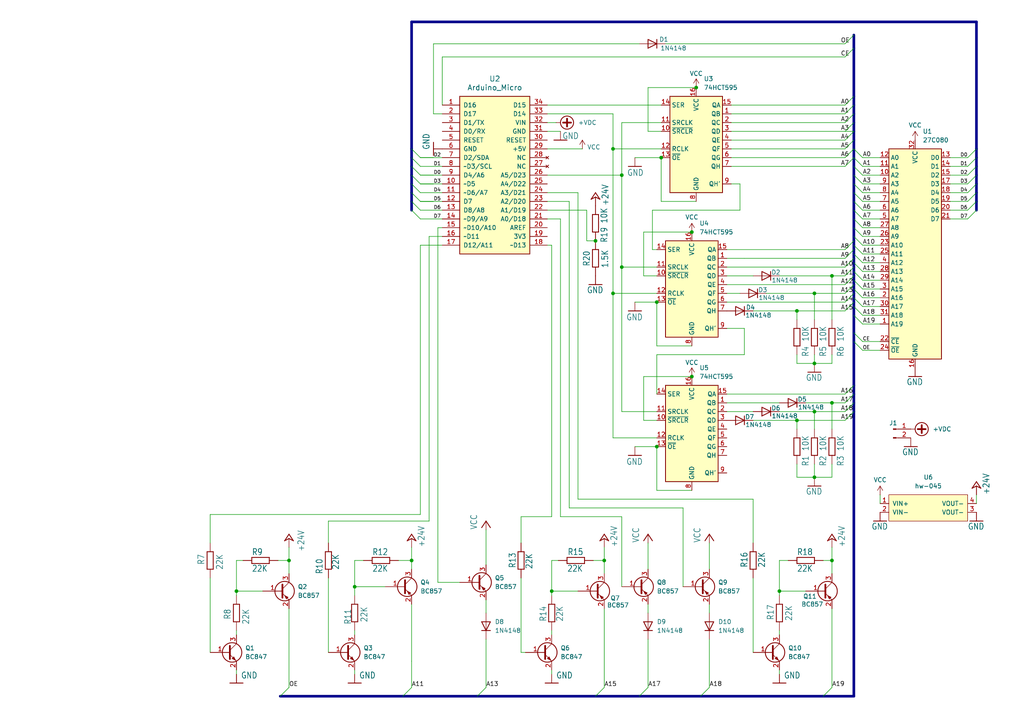
<source format=kicad_sch>
(kicad_sch (version 20231120) (generator "eeschema") (generator_version "8.0")
  (paper "A4")
  (junction (at 83.82 162.56))
  (junction (at 160.02 171.45))
  (junction (at 190.5 87.63))
  (junction (at 177.8 43.18))
  (junction (at 68.58 171.45))
  (junction (at 236.22 85.09))
  (junction (at 241.3 80.01))
  (junction (at 236.22 138.43))
  (junction (at 226.06 171.45))
  (junction (at 119.38 162.56))
  (junction (at 236.22 119.38))
  (junction (at 180.34 50.8))
  (junction (at 201.93 25.4))
  (junction (at 241.3 162.56))
  (junction (at 180.34 77.47))
  (junction (at 172.72 69.85))
  (junction (at 175.26 162.56))
  (junction (at 102.87 170.18))
  (junction (at 191.77 45.72))
  (junction (at 177.8 85.09))
  (junction (at 231.14 90.17))
  (junction (at 236.22 105.41))
  (junction (at 241.3 116.84))
  (junction (at 200.66 67.31))
  (junction (at 231.14 121.92))
  (junction (at 200.66 109.22))
  (junction (at 190.5 129.54))
  (bus_entry (at 245.11 72.39) (size 2.54 -2.54))
  (bus_entry (at 247.65 96.52) (size 2.54 2.54))
  (bus_entry (at 247.65 55.88) (size 2.54 2.54))
  (bus_entry (at 247.65 81.28) (size 2.54 2.54))
  (bus_entry (at 245.11 12.7) (size 2.54 -2.54))
  (bus_entry (at 280.67 60.96) (size 2.54 -2.54))
  (bus_entry (at 245.11 85.09) (size 2.54 -2.54))
  (bus_entry (at 247.65 99.06) (size 2.54 2.54))
  (bus_entry (at 280.67 48.26) (size 2.54 -2.54))
  (bus_entry (at 245.11 33.02) (size 2.54 -2.54))
  (bus_entry (at 247.65 76.2) (size 2.54 2.54))
  (bus_entry (at 247.65 63.5) (size 2.54 2.54))
  (bus_entry (at 245.11 74.93) (size 2.54 -2.54))
  (bus_entry (at 245.11 121.92) (size 2.54 -2.54))
  (bus_entry (at 247.65 86.36) (size 2.54 2.54))
  (bus_entry (at 121.92 48.26) (size -2.54 -2.54))
  (bus_entry (at 121.92 58.42) (size -2.54 -2.54))
  (bus_entry (at 280.67 55.88) (size 2.54 -2.54))
  (bus_entry (at 247.65 50.8) (size 2.54 2.54))
  (bus_entry (at 247.65 83.82) (size 2.54 2.54))
  (bus_entry (at 247.65 58.42) (size 2.54 2.54))
  (bus_entry (at 245.11 30.48) (size 2.54 -2.54))
  (bus_entry (at 245.11 16.51) (size 2.54 -2.54))
  (bus_entry (at 245.11 48.26) (size 2.54 -2.54))
  (bus_entry (at 238.76 201.93) (size 2.54 -2.54))
  (bus_entry (at 245.11 35.56) (size 2.54 -2.54))
  (bus_entry (at 245.11 90.17) (size 2.54 -2.54))
  (bus_entry (at 247.65 73.66) (size 2.54 2.54))
  (bus_entry (at 203.2 201.93) (size 2.54 -2.54))
  (bus_entry (at 121.92 53.34) (size -2.54 -2.54))
  (bus_entry (at 280.67 63.5) (size 2.54 -2.54))
  (bus_entry (at 247.65 45.72) (size 2.54 2.54))
  (bus_entry (at 175.26 199.39) (size -2.54 2.54))
  (bus_entry (at 185.42 201.93) (size 2.54 -2.54))
  (bus_entry (at 245.11 87.63) (size 2.54 -2.54))
  (bus_entry (at 247.65 71.12) (size 2.54 2.54))
  (bus_entry (at 245.11 43.18) (size 2.54 -2.54))
  (bus_entry (at 247.65 91.44) (size 2.54 2.54))
  (bus_entry (at 245.11 38.1) (size 2.54 -2.54))
  (bus_entry (at 119.38 43.18) (size 2.54 2.54))
  (bus_entry (at 121.92 55.88) (size -2.54 -2.54))
  (bus_entry (at 280.67 53.34) (size 2.54 -2.54))
  (bus_entry (at 247.65 111.76) (size -2.54 2.54))
  (bus_entry (at 247.65 66.04) (size 2.54 2.54))
  (bus_entry (at 247.65 53.34) (size 2.54 2.54))
  (bus_entry (at 247.65 88.9) (size 2.54 2.54))
  (bus_entry (at 247.65 116.84) (size -2.54 2.54))
  (bus_entry (at 247.65 43.18) (size 2.54 2.54))
  (bus_entry (at 280.67 58.42) (size 2.54 -2.54))
  (bus_entry (at 83.82 199.39) (size -2.54 2.54))
  (bus_entry (at 119.38 58.42) (size 2.54 2.54))
  (bus_entry (at 245.11 82.55) (size 2.54 -2.54))
  (bus_entry (at 245.11 80.01) (size 2.54 -2.54))
  (bus_entry (at 119.38 199.39) (size -2.54 2.54))
  (bus_entry (at 119.38 48.26) (size 2.54 2.54))
  (bus_entry (at 280.67 50.8) (size 2.54 -2.54))
  (bus_entry (at 140.97 199.39) (size -2.54 2.54))
  (bus_entry (at 247.65 60.96) (size 2.54 2.54))
  (bus_entry (at 119.38 60.96) (size 2.54 2.54))
  (bus_entry (at 247.65 48.26) (size 2.54 2.54))
  (bus_entry (at 247.65 78.74) (size 2.54 2.54))
  (bus_entry (at 247.65 114.3) (size -2.54 2.54))
  (bus_entry (at 245.11 45.72) (size 2.54 -2.54))
  (bus_entry (at 247.65 68.58) (size 2.54 2.54))
  (bus_entry (at 245.11 40.64) (size 2.54 -2.54))
  (bus_entry (at 245.11 77.47) (size 2.54 -2.54))
  (bus_entry (at 280.67 45.72) (size 2.54 -2.54))
  (bus (pts (xy 247.65 78.74) (xy 247.65 80.01)) (stroke (width 0.762)))
  (wire (pts (xy 236.22 119.38) (xy 245.11 119.38)))
  (wire (pts (xy 151.13 167.64) (xy 151.13 189.23)) (stroke (width 0.1524)))
  (wire (pts (xy 190.5 80.01) (xy 186.69 80.01)))
  (wire (pts (xy 238.76 162.56) (xy 241.3 162.56)) (stroke (width 0.1524)))
  (wire (pts (xy 175.26 158.75) (xy 175.26 162.56)) (stroke (width 0.1524)))
  (bus (pts (xy 247.65 73.66) (xy 247.65 74.93)) (stroke (width 0.762)))
  (bus (pts (xy 283.21 53.34) (xy 283.21 55.88)) (stroke (width 0.762)))
  (wire (pts (xy 200.66 100.33) (xy 190.5 100.33)))
  (wire (pts (xy 102.87 195.58) (xy 102.87 194.31)) (stroke (width 0.1524)))
  (wire (pts (xy 190.5 119.38) (xy 180.34 119.38)))
  (bus (pts (xy 283.21 48.26) (xy 283.21 50.8)) (stroke (width 0.762)))
  (wire (pts (xy 212.09 53.34) (xy 214.63 53.34)) (stroke (width 0.1524)))
  (wire (pts (xy 212.09 40.64) (xy 245.11 40.64)))
  (wire (pts (xy 250.19 63.5) (xy 255.27 63.5)))
  (wire (pts (xy 160.02 195.58) (xy 160.02 194.31)) (stroke (width 0.1524)))
  (wire (pts (xy 184.15 129.54) (xy 190.5 129.54)))
  (bus (pts (xy 247.65 77.47) (xy 247.65 76.2)) (stroke (width 0.762)))
  (bus (pts (xy 119.38 58.42) (xy 119.38 60.96)) (stroke (width 0.762)))
  (wire (pts (xy 241.3 80.01) (xy 241.3 92.71)))
  (wire (pts (xy 241.3 134.62) (xy 241.3 138.43)))
  (wire (pts (xy 231.14 134.62) (xy 231.14 138.43)))
  (wire (pts (xy 128.27 16.51) (xy 128.27 30.48)) (stroke (width 0.1524)))
  (wire (pts (xy 231.14 90.17) (xy 243.84 90.17)) (stroke (width 0.1524)))
  (wire (pts (xy 102.87 182.88) (xy 102.87 184.15)) (stroke (width 0.1524)))
  (wire (pts (xy 102.87 170.18) (xy 102.87 172.72)) (stroke (width 0.1524)))
  (wire (pts (xy 121.92 71.12) (xy 128.27 71.12)))
  (wire (pts (xy 121.92 149.225) (xy 60.96 149.225)) (stroke (width 0.1524)))
  (wire (pts (xy 231.14 90.17) (xy 231.14 92.71)))
  (wire (pts (xy 167.64 171.45) (xy 160.02 171.45)) (stroke (width 0.1524)))
  (wire (pts (xy 231.14 105.41) (xy 236.22 105.41)))
  (wire (pts (xy 177.8 43.18) (xy 177.8 85.09)) (stroke (width 0.1524)))
  (bus (pts (xy 283.21 50.8) (xy 283.21 53.34)) (stroke (width 0.762)))
  (bus (pts (xy 247.65 88.9) (xy 247.65 91.44)) (stroke (width 0.762)))
  (wire (pts (xy 241.3 158.75) (xy 241.3 162.56)) (stroke (width 0.1524)))
  (wire (pts (xy 226.06 171.45) (xy 226.06 172.72)) (stroke (width 0.1524)))
  (wire (pts (xy 121.92 50.8) (xy 128.27 50.8)) (stroke (width 0.1524)))
  (wire (pts (xy 250.19 60.96) (xy 255.27 60.96)))
  (wire (pts (xy 226.06 162.56) (xy 226.06 171.45)) (stroke (width 0.1524)))
  (wire (pts (xy 250.19 73.66) (xy 255.27 73.66)))
  (bus (pts (xy 247.65 55.88) (xy 247.65 58.42)) (stroke (width 0.762)))
  (wire (pts (xy 127 66.04) (xy 128.27 66.04)))
  (wire (pts (xy 121.92 45.72) (xy 128.27 45.72)) (stroke (width 0.1524)))
  (wire (pts (xy 226.06 182.88) (xy 226.06 184.15)) (stroke (width 0.1524)))
  (wire (pts (xy 119.38 175.26) (xy 119.38 191.77)) (stroke (width 0.1524)))
  (wire (pts (xy 210.82 114.3) (xy 245.11 114.3)))
  (wire (pts (xy 124.46 151.13) (xy 95.25 151.13)))
  (wire (pts (xy 212.09 45.72) (xy 245.11 45.72)))
  (bus (pts (xy 119.38 48.26) (xy 119.38 50.8)) (stroke (width 0.762)))
  (wire (pts (xy 162.56 149.86) (xy 180.34 149.86)))
  (wire (pts (xy 105.41 162.56) (xy 102.87 162.56)) (stroke (width 0.1524)))
  (wire (pts (xy 189.23 72.39) (xy 190.5 72.39)) (stroke (width 0.1524)))
  (bus (pts (xy 247.65 72.39) (xy 247.65 73.66)) (stroke (width 0.762)))
  (wire (pts (xy 250.19 101.6) (xy 255.27 101.6)))
  (bus (pts (xy 247.65 99.06) (xy 247.65 111.76)) (stroke (width 0.762)))
  (wire (pts (xy 250.19 81.28) (xy 255.27 81.28)))
  (wire (pts (xy 60.96 189.23) (xy 60.96 167.64)) (stroke (width 0.1524)))
  (bus (pts (xy 203.2 201.93) (xy 238.76 201.93)) (stroke (width 0.762)))
  (wire (pts (xy 165.1 58.42) (xy 165.1 147.32)))
  (bus (pts (xy 247.65 81.28) (xy 247.65 82.55)) (stroke (width 0.762)))
  (wire (pts (xy 83.82 176.53) (xy 83.82 199.39)) (stroke (width 0.1524)))
  (wire (pts (xy 241.3 116.84) (xy 241.3 124.46)))
  (wire (pts (xy 189.23 60.96) (xy 189.23 72.39)) (stroke (width 0.1524)))
  (bus (pts (xy 247.65 40.64) (xy 247.65 38.1)) (stroke (width 0.762)))
  (bus (pts (xy 247.65 87.63) (xy 247.65 88.9)) (stroke (width 0.762)))
  (bus (pts (xy 247.65 43.18) (xy 247.65 40.64)) (stroke (width 0.762)))
  (wire (pts (xy 186.69 121.92) (xy 186.69 109.22)))
  (wire (pts (xy 241.3 102.87) (xy 241.3 105.41)))
  (wire (pts (xy 250.19 83.82) (xy 255.27 83.82)))
  (wire (pts (xy 218.44 121.92) (xy 231.14 121.92)))
  (bus (pts (xy 247.65 58.42) (xy 247.65 60.96)) (stroke (width 0.762)))
  (wire (pts (xy 250.19 53.34) (xy 255.27 53.34)))
  (bus (pts (xy 283.21 45.72) (xy 283.21 48.26)) (stroke (width 0.762)))
  (wire (pts (xy 241.3 162.56) (xy 241.3 166.37)) (stroke (width 0.1524)))
  (wire (pts (xy 236.22 102.87) (xy 236.22 105.41)))
  (wire (pts (xy 243.84 80.01) (xy 245.11 80.01)))
  (bus (pts (xy 247.65 33.02) (xy 247.65 35.56)) (stroke (width 0.762)))
  (bus (pts (xy 185.42 201.93) (xy 172.72 201.93)) (stroke (width 0.762)))
  (bus (pts (xy 283.21 6.35) (xy 283.21 43.18)) (stroke (width 0.762)))
  (bus (pts (xy 119.38 6.35) (xy 283.21 6.35)) (stroke (width 0.762)))
  (bus (pts (xy 247.65 85.09) (xy 247.65 86.36)) (stroke (width 0.762)))
  (bus (pts (xy 247.65 96.52) (xy 247.65 91.44)) (stroke (width 0.762)))
  (bus (pts (xy 283.21 58.42) (xy 283.21 60.96)) (stroke (width 0.762)))
  (wire (pts (xy 215.9 74.93) (xy 243.84 74.93)) (stroke (width 0.1524)))
  (wire (pts (xy 187.96 185.42) (xy 187.96 199.39)))
  (wire (pts (xy 95.25 167.64) (xy 95.25 189.23)) (stroke (width 0.1524)))
  (wire (pts (xy 275.59 53.34) (xy 280.67 53.34)))
  (wire (pts (xy 210.82 85.09) (xy 214.63 85.09)))
  (bus (pts (xy 119.38 53.34) (xy 119.38 55.88)) (stroke (width 0.762)))
  (wire (pts (xy 180.34 170.18) (xy 180.34 149.86)))
  (wire (pts (xy 68.58 162.56) (xy 68.58 171.45)) (stroke (width 0.1524)))
  (wire (pts (xy 177.8 127) (xy 190.5 127)))
  (wire (pts (xy 241.3 80.01) (xy 243.84 80.01)) (stroke (width 0.1524)))
  (wire (pts (xy 250.19 55.88) (xy 255.27 55.88)))
  (wire (pts (xy 140.97 185.42) (xy 140.97 199.39)))
  (wire (pts (xy 175.26 162.56) (xy 175.26 166.37)) (stroke (width 0.1524)))
  (bus (pts (xy 247.65 86.36) (xy 247.65 87.63)) (stroke (width 0.762)))
  (bus (pts (xy 247.65 50.8) (xy 247.65 53.34)) (stroke (width 0.762)))
  (wire (pts (xy 160.02 184.15) (xy 160.02 182.88)) (stroke (width 0.1524)))
  (wire (pts (xy 102.87 162.56) (xy 102.87 170.18)) (stroke (width 0.1524)))
  (bus (pts (xy 247.65 201.93) (xy 238.76 201.93)) (stroke (width 0.762)))
  (bus (pts (xy 247.65 13.97) (xy 247.65 27.94)) (stroke (width 0.762)))
  (wire (pts (xy 119.38 191.77) (xy 119.38 199.39)))
  (wire (pts (xy 160.02 171.45) (xy 160.02 172.72)) (stroke (width 0.1524)))
  (wire (pts (xy 205.74 185.42) (xy 205.74 199.39)))
  (wire (pts (xy 275.59 60.96) (xy 280.67 60.96)))
  (wire (pts (xy 250.19 76.2) (xy 255.27 76.2)))
  (wire (pts (xy 119.38 158.75) (xy 119.38 162.56)) (stroke (width 0.1524)))
  (wire (pts (xy 243.84 90.17) (xy 245.11 90.17)))
  (wire (pts (xy 128.27 48.26) (xy 121.92 48.26)) (stroke (width 0.1524)))
  (bus (pts (xy 247.65 82.55) (xy 247.65 83.82)) (stroke (width 0.762)))
  (wire (pts (xy 190.5 142.24) (xy 190.5 129.54)))
  (wire (pts (xy 245.11 38.1) (xy 247.65 38.1)))
  (bus (pts (xy 247.65 68.58) (xy 247.65 69.85)) (stroke (width 0.762)))
  (wire (pts (xy 275.59 55.88) (xy 280.67 55.88)))
  (wire (pts (xy 128.27 55.88) (xy 121.92 55.88)) (stroke (width 0.1524)))
  (wire (pts (xy 198.12 147.32) (xy 198.12 170.18)))
  (bus (pts (xy 247.65 48.26) (xy 247.65 45.72)) (stroke (width 0.762)))
  (bus (pts (xy 247.65 45.72) (xy 247.65 43.18)) (stroke (width 0.762)))
  (wire (pts (xy 205.74 175.26) (xy 205.74 177.8)) (stroke (width 0.1524)))
  (wire (pts (xy 250.19 50.8) (xy 255.27 50.8)))
  (wire (pts (xy 236.22 138.43) (xy 236.22 134.62)))
  (wire (pts (xy 158.75 60.96) (xy 170.18 60.96)))
  (wire (pts (xy 275.59 48.26) (xy 280.67 48.26)))
  (wire (pts (xy 236.22 119.38) (xy 236.22 124.46)))
  (wire (pts (xy 161.925 162.56) (xy 160.02 162.56)) (stroke (width 0.1524)))
  (wire (pts (xy 233.68 116.84) (xy 241.3 116.84)))
  (wire (pts (xy 121.92 60.96) (xy 128.27 60.96)) (stroke (width 0.1524)))
  (wire (pts (xy 275.59 50.8) (xy 280.67 50.8)))
  (wire (pts (xy 205.74 165.1) (xy 205.74 157.48)) (stroke (width 0.1524)))
  (wire (pts (xy 128.27 16.51) (xy 245.11 16.51)) (stroke (width 0.1524)))
  (wire (pts (xy 218.44 90.17) (xy 231.14 90.17)) (stroke (width 0.1524)))
  (wire (pts (xy 210.82 95.25) (xy 215.9 95.25)))
  (wire (pts (xy 180.34 119.38) (xy 180.34 77.47)))
  (wire (pts (xy 95.25 151.13) (xy 95.25 157.48)))
  (wire (pts (xy 115.57 162.56) (xy 119.38 162.56)) (stroke (width 0.1524)))
  (wire (pts (xy 250.19 58.42) (xy 255.27 58.42)))
  (wire (pts (xy 124.46 68.58) (xy 124.46 151.13)))
  (wire (pts (xy 275.59 45.72) (xy 280.67 45.72)))
  (wire (pts (xy 124.46 68.58) (xy 128.27 68.58)))
  (wire (pts (xy 275.59 58.42) (xy 280.67 58.42)))
  (wire (pts (xy 231.14 121.92) (xy 245.11 121.92)))
  (bus (pts (xy 119.38 45.72) (xy 119.38 48.26)) (stroke (width 0.762)))
  (wire (pts (xy 275.59 63.5) (xy 280.67 63.5)))
  (bus (pts (xy 116.84 201.93) (xy 138.43 201.93)) (stroke (width 0.762)))
  (wire (pts (xy 180.34 35.56) (xy 191.77 35.56)) (stroke (width 0.1524)))
  (bus (pts (xy 247.65 27.94) (xy 247.65 30.48)) (stroke (width 0.762)))
  (wire (pts (xy 180.34 50.8) (xy 180.34 77.47)) (stroke (width 0.1524)))
  (wire (pts (xy 250.19 93.98) (xy 255.27 93.98)))
  (wire (pts (xy 212.09 48.26) (xy 245.11 48.26)))
  (wire (pts (xy 68.58 172.72) (xy 68.58 171.45)) (stroke (width 0.1524)))
  (wire (pts (xy 231.14 121.92) (xy 231.14 124.46)))
  (wire (pts (xy 210.82 80.01) (xy 218.44 80.01)))
  (wire (pts (xy 241.3 176.53) (xy 241.3 199.39)))
  (bus (pts (xy 247.65 116.84) (xy 247.65 119.38)) (stroke (width 0.762)))
  (wire (pts (xy 231.14 138.43) (xy 236.22 138.43)))
  (wire (pts (xy 170.18 60.96) (xy 170.18 69.85)))
  (wire (pts (xy 158.75 50.8) (xy 180.34 50.8)) (stroke (width 0.1524)))
  (wire (pts (xy 125.73 12.7) (xy 185.42 12.7)))
  (wire (pts (xy 187.96 165.1) (xy 187.96 157.48)) (stroke (width 0.1524)))
  (wire (pts (xy 215.9 102.87) (xy 190.5 102.87)))
  (wire (pts (xy 200.66 142.24) (xy 190.5 142.24)))
  (bus (pts (xy 247.65 99.06) (xy 247.65 96.52)) (stroke (width 0.762)))
  (bus (pts (xy 283.21 55.88) (xy 283.21 58.42)) (stroke (width 0.762)))
  (wire (pts (xy 250.19 66.04) (xy 255.27 66.04)))
  (wire (pts (xy 175.26 176.53) (xy 175.26 199.39)) (stroke (width 0.1524)))
  (wire (pts (xy 212.09 38.1) (xy 245.11 38.1)))
  (bus (pts (xy 247.65 119.38) (xy 247.65 201.93)) (stroke (width 0.762)))
  (wire (pts (xy 102.87 170.18) (xy 111.76 170.18)) (stroke (width 0.1524)))
  (wire (pts (xy 210.82 77.47) (xy 245.11 77.47)) (stroke (width 0.1524)))
  (wire (pts (xy 158.75 43.18) (xy 168.91 43.18)))
  (wire (pts (xy 191.77 45.72) (xy 191.77 58.42)))
  (bus (pts (xy 247.65 111.76) (xy 247.65 114.3)) (stroke (width 0.762)))
  (wire (pts (xy 184.15 45.72) (xy 191.77 45.72)))
  (wire (pts (xy 127 66.04) (xy 127 168.91)))
  (wire (pts (xy 177.8 85.09) (xy 190.5 85.09)) (stroke (width 0.1524)))
  (wire (pts (xy 250.19 86.36) (xy 255.27 86.36)))
  (wire (pts (xy 236.22 85.09) (xy 222.25 85.09)) (stroke (width 0.1524)))
  (bus (pts (xy 247.65 50.8) (xy 247.65 48.26)) (stroke (width 0.762)))
  (wire (pts (xy 68.58 171.45) (xy 76.2 171.45)) (stroke (width 0.1524)))
  (wire (pts (xy 210.82 82.55) (xy 245.11 82.55)) (stroke (width 0.1524)))
  (wire (pts (xy 193.04 12.7) (xy 245.11 12.7)))
  (wire (pts (xy 177.8 127) (xy 177.8 85.09)))
  (wire (pts (xy 236.22 85.09) (xy 236.22 92.71)))
  (wire (pts (xy 180.34 77.47) (xy 190.5 77.47)) (stroke (width 0.1524)))
  (wire (pts (xy 121.92 71.12) (xy 121.92 149.225)) (stroke (width 0.1524)))
  (wire (pts (xy 226.06 162.56) (xy 228.6 162.56)) (stroke (width 0.1524)))
  (wire (pts (xy 151.13 157.48) (xy 151.13 149.86)))
  (wire (pts (xy 177.8 33.02) (xy 158.75 33.02)) (stroke (width 0.1524)))
  (wire (pts (xy 250.19 48.26) (xy 255.27 48.26)))
  (wire (pts (xy 210.82 72.39) (xy 245.11 72.39)) (stroke (width 0.1524)))
  (wire (pts (xy 165.1 147.32) (xy 198.12 147.32)))
  (wire (pts (xy 158.75 55.88) (xy 167.64 55.88)))
  (wire (pts (xy 186.69 80.01) (xy 186.69 67.31)))
  (wire (pts (xy 190.5 121.92) (xy 186.69 121.92)))
  (wire (pts (xy 68.58 195.58) (xy 68.58 194.31)) (stroke (width 0.1524)))
  (wire (pts (xy 125.73 33.02) (xy 128.27 33.02)))
  (wire (pts (xy 162.56 63.5) (xy 162.56 149.86)))
  (wire (pts (xy 201.93 58.42) (xy 191.77 58.42)))
  (bus (pts (xy 247.65 71.12) (xy 247.65 72.39)) (stroke (width 0.762)))
  (wire (pts (xy 283.21 143.51) (xy 283.21 146.05)))
  (wire (pts (xy 231.14 102.87) (xy 231.14 105.41)))
  (wire (pts (xy 133.35 168.91) (xy 127 168.91)))
  (wire (pts (xy 158.75 63.5) (xy 162.56 63.5)))
  (bus (pts (xy 247.65 83.82) (xy 247.65 85.09)) (stroke (width 0.762)))
  (wire (pts (xy 158.75 58.42) (xy 165.1 58.42)))
  (wire (pts (xy 186.69 109.22) (xy 200.66 109.22)))
  (bus (pts (xy 247.65 10.16) (xy 247.65 13.97)) (stroke (width 0.762)))
  (wire (pts (xy 250.19 45.72) (xy 255.27 45.72)))
  (wire (pts (xy 241.3 116.84) (xy 245.11 116.84)))
  (wire (pts (xy 226.06 116.84) (xy 210.82 116.84)))
  (wire (pts (xy 184.15 87.63) (xy 190.5 87.63)))
  (wire (pts (xy 187.96 175.26) (xy 187.96 177.8)) (stroke (width 0.1524)))
  (wire (pts (xy 160.02 71.12) (xy 158.75 71.12)))
  (wire (pts (xy 80.645 162.56) (xy 83.82 162.56)) (stroke (width 0.1524)))
  (wire (pts (xy 212.09 33.02) (xy 245.11 33.02)))
  (wire (pts (xy 158.75 30.48) (xy 191.77 30.48)) (stroke (width 0.1524)))
  (wire (pts (xy 236.22 105.41) (xy 241.3 105.41)))
  (wire (pts (xy 177.8 43.18) (xy 191.77 43.18)) (stroke (width 0.1524)))
  (wire (pts (xy 121.92 53.34) (xy 125.73 53.34)))
  (bus (pts (xy 247.65 60.96) (xy 247.65 63.5)) (stroke (width 0.762)))
  (wire (pts (xy 218.44 157.48) (xy 218.44 144.78)))
  (wire (pts (xy 172.085 162.56) (xy 175.26 162.56)) (stroke (width 0.1524)))
  (wire (pts (xy 243.84 85.09) (xy 245.11 85.09)))
  (bus (pts (xy 283.21 43.18) (xy 283.21 45.72)) (stroke (width 0.762)))
  (wire (pts (xy 218.44 167.64) (xy 218.44 189.23)) (stroke (width 0.1524)))
  (wire (pts (xy 212.09 43.18) (xy 245.11 43.18)))
  (bus (pts (xy 247.65 35.56) (xy 247.65 38.1)) (stroke (width 0.762)))
  (wire (pts (xy 125.73 12.7) (xy 125.73 33.02)))
  (wire (pts (xy 121.92 63.5) (xy 128.27 63.5)))
  (wire (pts (xy 226.06 195.58) (xy 226.06 194.31)) (stroke (width 0.1524)))
  (bus (pts (xy 247.65 114.3) (xy 247.65 116.84)) (stroke (width 0.762)))
  (wire (pts (xy 218.44 119.38) (xy 210.82 119.38)))
  (wire (pts (xy 186.69 67.31) (xy 200.66 67.31)))
  (wire (pts (xy 191.77 38.1) (xy 187.96 38.1)))
  (wire (pts (xy 212.09 30.48) (xy 245.11 30.48)))
  (wire (pts (xy 128.27 58.42) (xy 121.92 58.42)) (stroke (width 0.1524)))
  (wire (pts (xy 187.96 38.1) (xy 187.96 25.4)))
  (bus (pts (xy 247.65 76.2) (xy 247.65 74.93)) (stroke (width 0.762)))
  (bus (pts (xy 119.38 50.8) (xy 119.38 53.34)) (stroke (width 0.762)))
  (wire (pts (xy 121.92 58.42) (xy 125.73 58.42)))
  (wire (pts (xy 140.97 163.83) (xy 140.97 153.67)) (stroke (width 0.1524)))
  (wire (pts (xy 70.485 162.56) (xy 68.58 162.56)) (stroke (width 0.1524)))
  (wire (pts (xy 214.63 53.34) (xy 214.63 60.96)) (stroke (width 0.1524)))
  (wire (pts (xy 121.92 50.8) (xy 125.73 50.8)))
  (wire (pts (xy 187.96 25.4) (xy 201.93 25.4)))
  (wire (pts (xy 250.19 99.06) (xy 255.27 99.06)))
  (bus (pts (xy 119.38 55.88) (xy 119.38 58.42)) (stroke (width 0.762)))
  (wire (pts (xy 214.63 60.96) (xy 189.23 60.96)) (stroke (width 0.1524)))
  (wire (pts (xy 83.82 162.56) (xy 83.82 158.75)) (stroke (width 0.1524)))
  (wire (pts (xy 190.5 100.33) (xy 190.5 87.63)))
  (wire (pts (xy 151.13 149.86) (xy 160.02 149.86)))
  (bus (pts (xy 247.65 63.5) (xy 247.65 66.04)) (stroke (width 0.762)))
  (wire (pts (xy 180.34 35.56) (xy 180.34 50.8)) (stroke (width 0.1524)))
  (wire (pts (xy 243.84 85.09) (xy 236.22 85.09)) (stroke (width 0.1524)))
  (bus (pts (xy 247.65 66.04) (xy 247.65 68.58)) (stroke (width 0.762)))
  (wire (pts (xy 160.02 162.56) (xy 160.02 171.45)) (stroke (width 0.1524)))
  (wire (pts (xy 255.27 143.51) (xy 255.27 146.05)))
  (wire (pts (xy 190.5 102.87) (xy 190.5 114.3)))
  (wire (pts (xy 158.75 35.56) (xy 161.29 35.56)))
  (wire (pts (xy 128.27 53.34) (xy 121.92 53.34)) (stroke (width 0.1524)))
  (bus (pts (xy 119.38 43.18) (xy 119.38 45.72)) (stroke (width 0.762)))
  (wire (pts (xy 140.97 173.99) (xy 140.97 177.8)))
  (bus (pts (xy 247.65 30.48) (xy 247.65 33.02)) (stroke (width 0.762)))
  (wire (pts (xy 68.58 184.15) (xy 68.58 182.88)) (stroke (width 0.1524)))
  (wire (pts (xy 119.38 162.56) (xy 119.38 165.1)) (stroke (width 0.1524)))
  (wire (pts (xy 243.84 74.93) (xy 245.11 74.93)))
  (bus (pts (xy 247.65 69.85) (xy 247.65 71.12)) (stroke (width 0.762)))
  (bus (pts (xy 138.43 201.93) (xy 172.72 201.93)) (stroke (width 0.762)))
  (wire (pts (xy 177.8 43.18) (xy 177.8 33.02)) (stroke (width 0.1524)))
  (wire (pts (xy 167.64 144.78) (xy 167.64 55.88)))
  (wire (pts (xy 121.92 45.72) (xy 125.73 45.72)))
  (wire (pts (xy 250.19 68.58) (xy 255.27 68.58)))
  (wire (pts (xy 226.06 119.38) (xy 236.22 119.38)))
  (wire (pts (xy 170.18 69.85) (xy 172.72 69.85)))
  (wire (pts (xy 210.82 87.63) (xy 245.11 87.63)) (stroke (width 0.1524)))
  (bus (pts (xy 247.65 53.34) (xy 247.65 55.88)) (stroke (width 0.762)))
  (bus (pts (xy 185.42 201.93) (xy 203.2 201.93)) (stroke (width 0.762)))
  (wire (pts (xy 83.82 166.37) (xy 83.82 162.56)) (stroke (width 0.1524)))
  (bus (pts (xy 247.65 80.01) (xy 247.65 81.28)) (stroke (width 0.762)))
  (wire (pts (xy 236.22 138.43) (xy 241.3 138.43)))
  (wire (pts (xy 226.06 80.01) (xy 241.3 80.01)) (stroke (width 0.1524)))
  (bus (pts (xy 81.28 201.93) (xy 116.84 201.93)) (stroke (width 0.762)))
  (wire (pts (xy 218.44 144.78) (xy 167.64 144.78)))
  (wire (pts (xy 250.19 88.9) (xy 255.27 88.9)))
  (wire (pts (xy 151.13 189.23) (xy 152.4 189.23)) (stroke (width 0.1524)))
  (wire (pts (xy 215.9 95.25) (xy 215.9 102.87)))
  (wire (pts (xy 250.19 91.44) (xy 255.27 91.44)))
  (wire (pts (xy 210.82 74.93) (xy 215.9 74.93)))
  (wire (pts (xy 160.02 71.12) (xy 160.02 149.86)))
  (bus (pts (xy 247.65 77.47) (xy 247.65 78.74)) (stroke (width 0.762)))
  (wire (pts (xy 212.09 35.56) (xy 245.11 35.56)))
  (wire (pts (xy 60.96 149.225) (xy 60.96 157.48)) (stroke (width 0.1524)))
  (bus (pts (xy 119.38 6.35) (xy 119.38 43.18)) (stroke (width 0.762)))
  (wire (pts (xy 158.75 38.1) (xy 162.56 38.1)))
  (wire (pts (xy 226.06 171.45) (xy 233.68 171.45)) (stroke (width 0.1524)))
  (wire (pts (xy 250.19 78.74) (xy 255.27 78.74)))
  (wire (pts (xy 250.19 71.12) (xy 255.27 71.12)))
  (label "A19" (at 250.19 93.98 0))
  (label "A9" (at 243.84 74.93 0) (effects (font (size 1.2446 1.2446))))
  (label "A10" (at 250.19 71.12 0) (effects (font (size 1.2446 1.2446))))
  (label "A4" (at 243.84 40.64 0) (effects (font (size 1.2446 1.2446))))
  (label "D4" (at 280.67 55.88 180) (effects (font (size 1.016 1.016))))
  (label "A1" (at 243.84 33.02 0) (effects (font (size 1.2446 1.2446))))
  (label "D3" (at 280.67 53.34 180) (effects (font (size 1.016 1.016))))
  (label "A5" (at 243.84 43.18 0) (effects (font (size 1.2446 1.2446))))
  (label "A7" (at 243.84 48.26 0) (effects (font (size 1.2446 1.2446))))
  (label "CE" (at 250.19 99.06 0) (effects (font (size 1.016 1.016))))
  (label "D2" (at 280.67 50.8 180) (effects (font (size 1.016 1.016))))
  (label "D6" (at 280.67 60.96 180) (effects (font (size 1.016 1.016))))
  (label "A3" (at 243.84 38.1 0) (effects (font (size 1.2446 1.2446))))
  (label "D0" (at 280.67 45.72 180) (effects (font (size 1.016 1.016))))
  (label "D0" (at 125.73 50.8 0) (effects (font (size 1.016 1.016))))
  (label "A2" (at 243.84 35.56 0) (effects (font (size 1.2446 1.2446))))
  (label "A12" (at 250.19 76.2 0) (effects (font (size 1.2446 1.2446))))
  (label "A8" (at 250.19 66.04 0) (effects (font (size 1.2446 1.2446))))
  (label "A17" (at 187.96 199.39 0))
  (label "D7" (at 280.67 63.5 180) (effects (font (size 1.016 1.016))))
  (label "A16" (at 243.84 114.3 0) (effects (font (size 1.2446 1.2446))))
  (label "D6" (at 125.73 60.96 0) (effects (font (size 1.016 1.016))))
  (label "A19" (at 243.84 121.92 0))
  (label "OE" (at 83.82 199.39 0) (effects (font (size 1.2446 1.2446))))
  (label "A15" (at 243.84 90.17 0) (effects (font (size 1.2446 1.2446))))
  (label "D5" (at 280.67 58.42 180) (effects (font (size 1.016 1.016))))
  (label "A4" (at 250.19 55.88 0) (effects (font (size 1.2446 1.2446))))
  (label "A17" (at 250.19 88.9 0) (effects (font (size 1.2446 1.2446))))
  (label "A8" (at 243.84 72.39 0) (effects (font (size 1.2446 1.2446))))
  (label "D1" (at 125.73 48.26 0) (effects (font (size 1.016 1.016))))
  (label "D3" (at 125.73 53.34 0) (effects (font (size 1.016 1.016))))
  (label "A0" (at 243.84 30.48 0) (effects (font (size 1.2446 1.2446))))
  (label "A11" (at 243.84 80.01 0) (effects (font (size 1.2446 1.2446))))
  (label "A10" (at 243.84 77.47 0) (effects (font (size 1.2446 1.2446))))
  (label "A13" (at 140.97 199.39 0) (effects (font (size 1.2446 1.2446))))
  (label "CE" (at 243.84 16.51 0) (effects (font (size 1.2446 1.2446))))
  (label "A1" (at 250.19 48.26 0) (effects (font (size 1.2446 1.2446))))
  (label "A2" (at 250.19 50.8 0) (effects (font (size 1.2446 1.2446))))
  (label "A6" (at 243.84 45.72 0) (effects (font (size 1.2446 1.2446))))
  (label "D5" (at 125.73 58.42 0) (effects (font (size 1.016 1.016))))
  (label "D7" (at 125.73 63.5 0) (effects (font (size 1.016 1.016))))
  (label "OE" (at 250.19 101.6 0) (effects (font (size 1.016 1.016))))
  (label "A15" (at 175.26 199.39 0) (effects (font (size 1.2446 1.2446))))
  (label "A18" (at 250.19 91.44 0) (effects (font (size 1.2446 1.2446))))
  (label "D4" (at 125.73 55.88 0) (effects (font (size 1.016 1.016))))
  (label "A13" (at 250.19 78.74 0) (effects (font (size 1.2446 1.2446))))
  (label "D2" (at 125.73 45.72 0) (effects (font (size 1.016 1.016))))
  (label "A17" (at 243.84 116.84 0) (effects (font (size 1.2446 1.2446))))
  (label "A12" (at 243.84 82.55 0) (effects (font (size 1.2446 1.2446))))
  (label "A19" (at 241.3 199.39 0))
  (label "A9" (at 250.19 68.58 0) (effects (font (size 1.2446 1.2446))))
  (label "A11" (at 119.38 199.39 0) (effects (font (size 1.2446 1.2446))))
  (label "A13" (at 243.84 85.09 0) (effects (font (size 1.2446 1.2446))))
  (label "A6" (at 250.19 60.96 0) (effects (font (size 1.2446 1.2446))))
  (label "OE" (at 243.84 12.7 0) (effects (font (size 1.2446 1.2446))))
  (label "A15" (at 250.19 83.82 0) (effects (font (size 1.2446 1.2446))))
  (label "A0" (at 250.19 45.72 0) (effects (font (size 1.2446 1.2446))))
  (label "A14" (at 250.19 81.28 0) (effects (font (size 1.2446 1.2446))))
  (label "A16" (at 250.19 86.36 0) (effects (font (size 1.2446 1.2446))))
  (label "A18" (at 243.84 119.38 0) (effects (font (size 1.2446 1.2446))))
  (label "A3" (at 250.19 53.34 0) (effects (font (size 1.2446 1.2446))))
  (label "A7" (at 250.19 63.5 0) (effects (font (size 1.2446 1.2446))))
  (label "A18" (at 205.74 199.39 0))
  (label "D1" (at 280.67 48.26 180) (effects (font (size 1.016 1.016))))
  (label "A14" (at 243.84 87.63 0) (effects (font (size 1.2446 1.2446))))
  (label "A5" (at 250.19 58.42 0) (effects (font (size 1.2446 1.2446))))
  (label "A11" (at 250.19 73.66 0) (effects (font (size 1.2446 1.2446))))
  (symbol (lib_id "untitled-eagle-import:R-EU_M0805") (at 60.96 162.56 270) (unit 1)
    (property "Reference" "R7" (at 57.3786 160.655 0) (effects (font (size 1.778 1.5113)) (justify left bottom)))
    (property "Value" "22K" (at 62.738 160.655 0) (effects (font (size 1.778 1.5113)) (justify left bottom)))
    (property "Footprint" "untitled:M0805" (effects (hide yes)))
  )
  (symbol (lib_id "untitled-eagle-import:+24V") (at 241.3 156.21 0) (unit 1)
    (property "Reference" "#P+013" (effects (hide yes)))
    (property "Value" "+24V" (at 245.11 158.75 90) (effects (font (size 1.778 1.5113)) (justify left bottom)))
  )
  (symbol (lib_id "untitled-eagle-import:GND") (at 184.15 132.08 0) (unit 1)
    (property "Reference" "#GND010" (effects (hide yes)))
    (property "Value" "GND" (at 181.61 134.874 0) (effects (font (size 1.778 1.5113)) (justify left bottom)))
  )
  (symbol (lib_id "power:VCC") (at 201.93 25.4 0) (unit 1)
    (property "Reference" "#PWR06" (effects (hide yes)))
    (property "Value" "VCC" (at 201.93 21.336 0))
    (property "Description" "Power symbol creates a global label with name \"VCC\"" (effects (hide yes)))
  )
  (symbol (lib_id "Transistor_BJT:BC857") (at 203.2 170.18 0) (unit 1)
    (property "Reference" "Q9" (at 208.28 168.9099 0) (effects (justify left)))
    (property "Value" "BC857" (at 208.28 171.4499 0) (effects (justify left)))
    (property "Footprint" "Package_TO_SOT_SMD:SOT-23" (effects (hide yes)))
    (property "Datasheet" "https://www.onsemi.com/pub/Collateral/BC860-D.pdf" (effects (hide yes)))
    (property "Description" "0.1A Ic, 45V Vce, PNP Transistor, SOT-23" (effects (hide yes)))
  )
  (symbol (lib_id "untitled-eagle-import:R-EU_M0805") (at 75.565 162.56 0) (unit 1)
    (property "Reference" "R9" (at 73.025 161.0614 0) (effects (font (size 1.778 1.5113)) (justify left bottom)))
    (property "Value" "22K" (at 73.025 165.862 0) (effects (font (size 1.778 1.5113)) (justify left bottom)))
    (property "Footprint" "untitled:M0805" (effects (hide yes)))
  )
  (symbol (lib_id "Diode:1N4148") (at 229.87 116.84 180) (unit 1)
    (property "Reference" "D5" (at 232.664 115.824 0))
    (property "Value" "1N4148" (at 235.204 118.11 0))
    (property "Footprint" "Diode_SMD:D_1206_3216Metric" (effects (hide yes)))
    (property "Datasheet" "https://assets.nexperia.com/documents/data-sheet/1N4148_1N4448.pdf" (effects (hide yes)))
    (property "Description" "100V 0.15A standard switching diode, DO-35" (effects (hide yes)))
    (property "Sim.Device" "D" (effects (hide yes)))
    (property "Sim.Pins" "1=K 2=A" (effects (hide yes)))
  )
  (symbol (lib_id "power:+VDC") (at 264.16 124.46 270) (unit 1)
    (property "Reference" "#PWR010" (effects (hide yes)))
    (property "Value" "+VDC" (at 270.51 124.4599 90) (effects (justify left)))
    (property "Description" "Power symbol creates a global label with name \"+VDC\"" (effects (hide yes)))
  )
  (symbol (lib_id "Diode:1N4148") (at 222.25 80.01 180) (unit 1)
    (property "Reference" "D2" (at 225.044 78.994 0))
    (property "Value" "1N4148" (at 227.584 81.28 0))
    (property "Footprint" "Diode_SMD:D_1206_3216Metric" (effects (hide yes)))
    (property "Datasheet" "https://assets.nexperia.com/documents/data-sheet/1N4148_1N4448.pdf" (effects (hide yes)))
    (property "Description" "100V 0.15A standard switching diode, DO-35" (effects (hide yes)))
    (property "Sim.Device" "D" (effects (hide yes)))
    (property "Sim.Pins" "1=K 2=A" (effects (hide yes)))
  )
  (symbol (lib_id "untitled-eagle-import:GND") (at 236.22 140.97 0) (unit 1)
    (property "Reference" "#GND018" (effects (hide yes)))
    (property "Value" "GND" (at 233.68 143.51 0) (effects (font (size 1.778 1.5113)) (justify left bottom)))
  )
  (symbol (lib_id "untitled-eagle-import:GND") (at 283.21 151.13 0) (unit 1)
    (property "Reference" "#GND013" (effects (hide yes)))
    (property "Value" "GND" (at 280.67 153.67 0) (effects (font (size 1.778 1.5113)) (justify left bottom)))
  )
  (symbol (lib_id "untitled-eagle-import:R-EU_M0805") (at 68.58 177.8 270) (unit 1)
    (property "Reference" "R8" (at 64.9986 176.53 0) (effects (font (size 1.778 1.5113)) (justify left bottom)))
    (property "Value" "22K" (at 70.358 176.53 0) (effects (font (size 1.778 1.5113)) (justify left bottom)))
    (property "Footprint" "untitled:M0805" (effects (hide yes)))
  )
  (symbol (lib_id "74xx:74HCT595") (at 200.66 82.55 0) (unit 1)
    (property "Reference" "U4" (at 202.8541 64.77 0) (effects (justify left)))
    (property "Value" "74HCT595" (at 202.8541 67.31 0) (effects (justify left)))
    (property "Footprint" "untitled:SO16" (effects (hide yes)))
    (property "Datasheet" "https://assets.nexperia.com/documents/data-sheet/74HC_HCT595.pdf" (effects (hide yes)))
    (property "Description" "8-bit serial in/out Shift Register 3-State Outputs" (effects (hide yes)))
  )
  (symbol (lib_id "untitled-eagle-import:R-EU_M0805") (at 241.3 97.79 270) (unit 1)
    (property "Reference" "R6" (at 242.824 100.33 0) (effects (font (size 1.778 1.5113)) (justify left bottom)))
    (property "Value" "10K" (at 242.824 94.488 0) (effects (font (size 1.778 1.5113)) (justify left bottom)))
    (property "Footprint" "untitled:M0805" (effects (hide yes)))
  )
  (symbol (lib_id "untitled-eagle-import:R-EU_M0805") (at 241.3 129.54 270) (unit 1)
    (property "Reference" "R3" (at 242.824 132.08 0) (effects (font (size 1.778 1.5113)) (justify left bottom)))
    (property "Value" "10K" (at 242.824 126.238 0) (effects (font (size 1.778 1.5113)) (justify left bottom)))
    (property "Footprint" "untitled:M0805" (effects (hide yes)))
  )
  (symbol (lib_id "Transistor_BJT:BC847") (at 66.04 189.23 0) (unit 1)
    (property "Reference" "Q1" (at 71.12 187.9599 0) (effects (justify left)))
    (property "Value" "BC847" (at 71.12 190.4999 0) (effects (justify left)))
    (property "Footprint" "Package_TO_SOT_SMD:SOT-23" (effects (hide yes)))
    (property "Datasheet" "http://www.infineon.com/dgdl/Infineon-BC847SERIES_BC848SERIES_BC849SERIES_BC850SERIES-DS-v01_01-en.pdf?fileId=db3a304314dca389011541d4630a1657" (effects (hide yes)))
    (property "Description" "0.1A Ic, 45V Vce, NPN Transistor, SOT-23" (effects (hide yes)))
  )
  (symbol (lib_id "untitled-eagle-import:GND") (at 255.27 151.13 0) (unit 1)
    (property "Reference" "#GND01" (effects (hide yes)))
    (property "Value" "GND" (at 252.73 153.67 0) (effects (font (size 1.778 1.5113)) (justify left bottom)))
  )
  (symbol (lib_id "untitled-eagle-import:R-EU_M0805") (at 95.25 162.56 270) (unit 1)
    (property "Reference" "R10" (at 91.6686 161.925 0) (effects (font (size 1.778 1.5113)) (justify left bottom)))
    (property "Value" "22K" (at 96.393 160.655 0) (effects (font (size 1.778 1.5113)) (justify left bottom)))
    (property "Footprint" "untitled:M0805" (effects (hide yes)))
  )
  (symbol (lib_id "untitled-eagle-import:GND") (at 226.06 198.12 0) (unit 1)
    (property "Reference" "#GND012" (effects (hide yes)))
    (property "Value" "GND" (at 227.33 196.85 0) (effects (font (size 1.778 1.5113)) (justify left bottom)))
  )
  (symbol (lib_id "untitled-eagle-import:R-EU_M0805") (at 226.06 177.8 270) (unit 1)
    (property "Reference" "R17" (at 222.504 175.26 0) (effects (font (size 1.778 1.5113)) (justify left bottom)))
    (property "Value" "22K" (at 227.838 175.514 0) (effects (font (size 1.778 1.5113)) (justify left bottom)))
    (property "Footprint" "untitled:M0805" (effects (hide yes)))
  )
  (symbol (lib_id "Diode:1N4148") (at 140.97 181.61 90) (unit 1)
    (property "Reference" "D8" (at 143.51 180.3399 90) (effects (justify right)))
    (property "Value" "1N4148" (at 143.51 182.8799 90) (effects (justify right)))
    (property "Footprint" "Diode_SMD:D_1206_3216Metric" (effects (hide yes)))
    (property "Datasheet" "https://assets.nexperia.com/documents/data-sheet/1N4148_1N4448.pdf" (effects (hide yes)))
    (property "Description" "100V 0.15A standard switching diode, DO-35" (effects (hide yes)))
    (property "Sim.Device" "D" (effects (hide yes)))
    (property "Sim.Pins" "1=K 2=A" (effects (hide yes)))
  )
  (symbol (lib_id "untitled-eagle-import:R-EU_M0805") (at 233.68 162.56 0) (unit 1)
    (property "Reference" "R18" (at 231.14 161.0614 0) (effects (font (size 1.778 1.5113)) (justify left bottom)))
    (property "Value" "22K" (at 231.14 165.862 0) (effects (font (size 1.778 1.5113)) (justify left bottom)))
    (property "Footprint" "untitled:M0805" (effects (hide yes)))
  )
  (symbol (lib_id "untitled-eagle-import:R-EU_M0805") (at 102.87 177.8 270) (unit 1)
    (property "Reference" "R11" (at 99.9236 176.53 0) (effects (font (size 1.778 1.5113)) (justify left bottom)))
    (property "Value" "22K" (at 104.648 175.895 0) (effects (font (size 1.778 1.5113)) (justify left bottom)))
    (property "Footprint" "untitled:M0805" (effects (hide yes)))
  )
  (symbol (lib_id "untitled-eagle-import:GND") (at 125.73 43.18 270) (unit 1)
    (property "Reference" "#GND05" (effects (hide yes)))
    (property "Value" "GND" (at 122.682 38.608 0) (effects (font (size 1.778 1.5113)) (justify left bottom)))
  )
  (symbol (lib_id "Transistor_BJT:BC857") (at 238.76 171.45 0) (unit 1)
    (property "Reference" "Q11" (at 232.918 172.974 0) (effects (justify left)))
    (property "Value" "BC857" (at 232.41 175.26 0) (effects (justify left)))
    (property "Footprint" "Package_TO_SOT_SMD:SOT-23" (effects (hide yes)))
    (property "Datasheet" "https://www.onsemi.com/pub/Collateral/BC860-D.pdf" (effects (hide yes)))
    (property "Description" "0.1A Ic, 45V Vce, PNP Transistor, SOT-23" (effects (hide yes)))
  )
  (symbol (lib_id "untitled-eagle-import:R-EU_M0805") (at 151.13 162.56 90) (unit 1)
    (property "Reference" "R13" (at 149.606 164.846 0) (effects (font (size 1.778 1.5113)) (justify left bottom)))
    (property "Value" "22K" (at 154.432 165.1 0) (effects (font (size 1.778 1.5113)) (justify left bottom)))
    (property "Footprint" "untitled:M0805" (effects (hide yes)))
  )
  (symbol (lib_id "untitled-eagle-import:R-EU_M0805") (at 231.14 97.79 270) (unit 1)
    (property "Reference" "R4" (at 232.664 100.33 0) (effects (font (size 1.778 1.5113)) (justify left bottom)))
    (property "Value" "10K" (at 232.664 94.488 0) (effects (font (size 1.778 1.5113)) (justify left bottom)))
    (property "Footprint" "untitled:M0805" (effects (hide yes)))
  )
  (symbol (lib_id "untitled-eagle-import:+24V") (at 283.21 140.97 0) (unit 1)
    (property "Reference" "#P+09" (effects (hide yes)))
    (property "Value" "+24V" (at 287.02 143.51 90) (effects (font (size 1.778 1.5113)) (justify left bottom)))
  )
  (symbol (lib_id "untitled-eagle-import:R-EU_M0805") (at 160.02 177.8 90) (unit 1)
    (property "Reference" "R14" (at 158.5214 180.34 0) (effects (font (size 1.778 1.5113)) (justify left bottom)))
    (property "Value" "22K" (at 163.322 180.34 0) (effects (font (size 1.778 1.5113)) (justify left bottom)))
    (property "Footprint" "untitled:M0805" (effects (hide yes)))
  )
  (symbol (lib_id "untitled-eagle-import:GND") (at 102.87 198.12 0) (unit 1)
    (property "Reference" "#GND09" (effects (hide yes)))
    (property "Value" "GND" (at 104.14 196.85 0) (effects (font (size 1.778 1.5113)) (justify left bottom)))
  )
  (symbol (lib_id "power:VCC") (at 200.66 67.31 0) (unit 1)
    (property "Reference" "#PWR07" (effects (hide yes)))
    (property "Value" "VCC" (at 200.66 62.992 0))
    (property "Description" "Power symbol creates a global label with name \"VCC\"" (effects (hide yes)))
  )
  (symbol (lib_id "Transistor_BJT:BC857") (at 172.72 171.45 0) (unit 1)
    (property "Reference" "Q7" (at 177.038 173.482 0) (effects (justify left)))
    (property "Value" "BC857" (at 176.022 175.514 0) (effects (justify left)))
    (property "Footprint" "Package_TO_SOT_SMD:SOT-23" (effects (hide yes)))
    (property "Datasheet" "https://www.onsemi.com/pub/Collateral/BC860-D.pdf" (effects (hide yes)))
    (property "Description" "0.1A Ic, 45V Vce, PNP Transistor, SOT-23" (effects (hide yes)))
  )
  (symbol (lib_id "untitled-eagle-import:+24V") (at 83.82 156.21 0) (unit 1)
    (property "Reference" "#P+05" (effects (hide yes)))
    (property "Value" "+24V" (at 86.36 160.02 90) (effects (font (size 1.778 1.5113)) (justify left top)))
  )
  (symbol (lib_id "Diode:1N4148") (at 187.96 181.61 90) (unit 1)
    (property "Reference" "D9" (at 190.5 180.3399 90) (effects (justify right)))
    (property "Value" "1N4148" (at 190.5 182.8799 90) (effects (justify right)))
    (property "Footprint" "Diode_SMD:D_1206_3216Metric" (effects (hide yes)))
    (property "Datasheet" "https://assets.nexperia.com/documents/data-sheet/1N4148_1N4448.pdf" (effects (hide yes)))
    (property "Description" "100V 0.15A standard switching diode, DO-35" (effects (hide yes)))
    (property "Sim.Device" "D" (effects (hide yes)))
    (property "Sim.Pins" "1=K 2=A" (effects (hide yes)))
  )
  (symbol (lib_id "Transistor_BJT:BC847") (at 157.48 189.23 0) (unit 1)
    (property "Reference" "Q6" (at 162.56 187.9599 0) (effects (justify left)))
    (property "Value" "BC847" (at 162.56 190.4999 0) (effects (justify left)))
    (property "Footprint" "Package_TO_SOT_SMD:SOT-23" (effects (hide yes)))
    (property "Datasheet" "http://www.infineon.com/dgdl/Infineon-BC847SERIES_BC848SERIES_BC849SERIES_BC850SERIES-DS-v01_01-en.pdf?fileId=db3a304314dca389011541d4630a1657" (effects (hide yes)))
    (property "Description" "0.1A Ic, 45V Vce, NPN Transistor, SOT-23" (effects (hide yes)))
  )
  (symbol (lib_id "untitled-eagle-import:GND") (at 184.15 48.26 0) (unit 1)
    (property "Reference" "#GND02" (effects (hide yes)))
    (property "Value" "GND" (at 181.864 51.054 0) (effects (font (size 1.778 1.5113)) (justify left bottom)))
  )
  (symbol (lib_id "untitled-eagle-import:+24V") (at 172.72 57.15 0) (unit 1)
    (property "Reference" "#P+01" (effects (hide yes)))
    (property "Value" "+24V" (at 176.53 59.69 90) (effects (font (size 1.778 1.5113)) (justify left bottom)))
  )
  (symbol (lib_id "untitled-eagle-import:R-EU_M0805") (at 172.72 74.93 270) (unit 1)
    (property "Reference" "R20" (at 169.164 72.644 0) (effects (font (size 1.778 1.5113)) (justify left bottom)))
    (property "Value" "1.5K" (at 174.498 72.39 0) (effects (font (size 1.778 1.5113)) (justify left bottom)))
    (property "Footprint" "untitled:M0805" (effects (hide yes)))
  )
  (symbol (lib_id "Diode:1N4148") (at 218.44 85.09 180) (unit 1)
    (property "Reference" "D3" (at 221.234 84.074 0))
    (property "Value" "1N4148" (at 223.774 86.36 0))
    (property "Footprint" "Diode_SMD:D_1206_3216Metric" (effects (hide yes)))
    (property "Datasheet" "https://assets.nexperia.com/documents/data-sheet/1N4148_1N4448.pdf" (effects (hide yes)))
    (property "Description" "100V 0.15A standard switching diode, DO-35" (effects (hide yes)))
    (property "Sim.Device" "D" (effects (hide yes)))
    (property "Sim.Pins" "1=K 2=A" (effects (hide yes)))
  )
  (symbol (lib_id "untitled-eagle-import:+24V") (at 175.26 156.21 0) (unit 1)
    (property "Reference" "#P+04" (effects (hide yes)))
    (property "Value" "+24V" (at 179.07 158.75 90) (effects (font (size 1.778 1.5113)) (justify left bottom)))
  )
  (symbol (lib_id "untitled-eagle-import:VCC") (at 187.96 154.94 0) (unit 1)
    (property "Reference" "#P+06" (effects (hide yes)))
    (property "Value" "VCC" (at 185.42 157.48 90) (effects (font (size 1.778 1.5113)) (justify left bottom)))
  )
  (symbol (lib_id "untitled-eagle-import:GND") (at 162.56 40.64 0) (unit 1)
    (property "Reference" "#GND04" (effects (hide yes)))
    (property "Value" "GND" (at 163.068 40.386 0) (effects (font (size 1.778 1.5113)) (justify left bottom)))
  )
  (symbol (lib_id "untitled-eagle-import:GND") (at 184.15 90.17 0) (unit 1)
    (property "Reference" "#GND03" (effects (hide yes)))
    (property "Value" "GND" (at 181.61 92.964 0) (effects (font (size 1.778 1.5113)) (justify left bottom)))
  )
  (symbol (lib_id "untitled-eagle-import:GND") (at 264.16 129.54 0) (unit 1)
    (property "Reference" "#GND016" (effects (hide yes)))
    (property "Value" "GND" (at 261.62 132.08 0) (effects (font (size 1.778 1.5113)) (justify left bottom)))
  )
  (symbol (lib_id "untitled-eagle-import:GND") (at 265.43 109.22 0) (unit 1)
    (property "Reference" "#GND011" (effects (hide yes)))
    (property "Value" "GND" (at 262.89 111.76 0) (effects (font (size 1.778 1.5113)) (justify left bottom)))
  )
  (symbol (lib_id "Transistor_BJT:BC847") (at 100.33 189.23 0) (unit 1)
    (property "Reference" "Q3" (at 105.41 187.9599 0) (effects (justify left)))
    (property "Value" "BC847" (at 105.41 190.4999 0) (effects (justify left)))
    (property "Footprint" "Package_TO_SOT_SMD:SOT-23" (effects (hide yes)))
    (property "Datasheet" "http://www.infineon.com/dgdl/Infineon-BC847SERIES_BC848SERIES_BC849SERIES_BC850SERIES-DS-v01_01-en.pdf?fileId=db3a304314dca389011541d4630a1657" (effects (hide yes)))
    (property "Description" "0.1A Ic, 45V Vce, NPN Transistor, SOT-23" (effects (hide yes)))
  )
  (symbol (lib_id "untitled-eagle-import:R-EU_M0805") (at 172.72 64.77 270) (unit 1)
    (property "Reference" "R19" (at 174.244 65.786 0) (effects (font (size 1.778 1.5113)) (justify left bottom)))
    (property "Value" "10K" (at 174.244 60.198 0) (effects (font (size 1.778 1.5113)) (justify left bottom)))
    (property "Footprint" "untitled:M0805" (effects (hide yes)))
  )
  (symbol (lib_id "untitled-eagle-import:VCC") (at 140.97 151.13 0) (unit 1)
    (property "Reference" "#P+02" (effects (hide yes)))
    (property "Value" "VCC" (at 138.43 153.67 90) (effects (font (size 1.778 1.5113)) (justify left bottom)))
  )
  (symbol (lib_id "untitled-eagle-import:+24V") (at 119.38 156.21 0) (unit 1)
    (property "Reference" "#P+03" (effects (hide yes)))
    (property "Value" "+24V" (at 123.19 158.75 90) (effects (font (size 1.778 1.5113)) (justify left bottom)))
  )
  (symbol (lib_id "74xx:74HCT595") (at 200.66 124.46 0) (unit 1)
    (property "Reference" "U5" (at 202.8541 106.68 0) (effects (justify left)))
    (property "Value" "74HCT595" (at 202.8541 109.22 0) (effects (justify left)))
    (property "Footprint" "untitled:SO16" (effects (hide yes)))
    (property "Datasheet" "https://assets.nexperia.com/documents/data-sheet/74HC_HCT595.pdf" (effects (hide yes)))
    (property "Description" "8-bit serial in/out Shift Register 3-State Outputs" (effects (hide yes)))
  )
  (symbol (lib_id "power:VCC") (at 265.43 40.64 0) (unit 1)
    (property "Reference" "#PWR09" (effects (hide yes)))
    (property "Value" "VCC" (at 265.43 36.322 0))
    (property "Description" "Power symbol creates a global label with name \"VCC\"" (effects (hide yes)))
  )
  (symbol (lib_id "Diode:1N4148") (at 214.63 90.17 180) (unit 1)
    (property "Reference" "D4" (at 217.678 89.154 0))
    (property "Value" "1N4148" (at 219.964 91.44 0))
    (property "Footprint" "Diode_SMD:D_1206_3216Metric" (effects (hide yes)))
    (property "Datasheet" "https://assets.nexperia.com/documents/data-sheet/1N4148_1N4448.pdf" (effects (hide yes)))
    (property "Description" "100V 0.15A standard switching diode, DO-35" (effects (hide yes)))
    (property "Sim.Device" "D" (effects (hide yes)))
    (property "Sim.Pins" "1=K 2=A" (effects (hide yes)))
  )
  (symbol (lib_id "untitled-eagle-import:R-EU_M0805") (at 110.49 162.56 0) (unit 1)
    (property "Reference" "R12" (at 107.95 161.0614 0) (effects (font (size 1.778 1.5113)) (justify left bottom)))
    (property "Value" "22K" (at 107.95 165.862 0) (effects (font (size 1.778 1.5113)) (justify left bottom)))
    (property "Footprint" "untitled:M0805" (effects (hide yes)))
  )
  (symbol (lib_id "untitled-eagle-import:R-EU_M0805") (at 218.44 162.56 270) (unit 1)
    (property "Reference" "R16" (at 214.884 160.02 0) (effects (font (size 1.778 1.5113)) (justify left bottom)))
    (property "Value" "22K" (at 219.964 160.02 0) (effects (font (size 1.778 1.5113)) (justify left bottom)))
    (property "Footprint" "untitled:M0805" (effects (hide yes)))
  )
  (symbol (lib_id "Diode:1N4148") (at 205.74 181.61 90) (unit 1)
    (property "Reference" "D10" (at 208.28 180.3399 90) (effects (justify right)))
    (property "Value" "1N4148" (at 208.28 182.8799 90) (effects (justify right)))
    (property "Footprint" "Diode_SMD:D_1206_3216Metric" (effects (hide yes)))
    (property "Datasheet" "https://assets.nexperia.com/documents/data-sheet/1N4148_1N4448.pdf" (effects (hide yes)))
    (property "Description" "100V 0.15A standard switching diode, DO-35" (effects (hide yes)))
    (property "Sim.Device" "D" (effects (hide yes)))
    (property "Sim.Pins" "1=K 2=A" (effects (hide yes)))
  )
  (symbol (lib_id "untitled-eagle-import:GND") (at 160.02 198.12 0) (unit 1)
    (property "Reference" "#GND08" (effects (hide yes)))
    (property "Value" "GND" (at 161.29 196.85 0) (effects (font (size 1.778 1.5113)) (justify left bottom)))
  )
  (symbol (lib_id "Diode:1N4148") (at 222.25 119.38 180) (unit 1)
    (property "Reference" "D6" (at 225.044 118.364 0))
    (property "Value" "1N4148" (at 227.584 120.65 0))
    (property "Footprint" "Diode_SMD:D_1206_3216Metric" (effects (hide yes)))
    (property "Datasheet" "https://assets.nexperia.com/documents/data-sheet/1N4148_1N4448.pdf" (effects (hide yes)))
    (property "Description" "100V 0.15A standard switching diode, DO-35" (effects (hide yes)))
    (property "Sim.Device" "D" (effects (hide yes)))
    (property "Sim.Pins" "1=K 2=A" (effects (hide yes)))
  )
  (symbol (lib_id "untitled-eagle-import:VCC") (at 205.74 154.94 0) (unit 1)
    (property "Reference" "#P+015" (effects (hide yes)))
    (property "Value" "VCC" (at 203.2 157.48 90) (effects (font (size 1.778 1.5113)) (justify left bottom)))
  )
  (symbol (lib_id "Transistor_BJT:BC857") (at 138.43 168.91 0) (unit 1)
    (property "Reference" "Q5" (at 143.51 167.6399 0) (effects (justify left)))
    (property "Value" "BC857" (at 143.51 170.1799 0) (effects (justify left)))
    (property "Footprint" "Package_TO_SOT_SMD:SOT-23" (effects (hide yes)))
    (property "Datasheet" "https://www.onsemi.com/pub/Collateral/BC860-D.pdf" (effects (hide yes)))
    (property "Description" "0.1A Ic, 45V Vce, PNP Transistor, SOT-23" (effects (hide yes)))
  )
  (symbol (lib_id "Transistor_BJT:BC847") (at 223.52 189.23 0) (unit 1)
    (property "Reference" "Q10" (at 228.6 187.9599 0) (effects (justify left)))
    (property "Value" "BC847" (at 228.6 190.4999 0) (effects (justify left)))
    (property "Footprint" "Package_TO_SOT_SMD:SOT-23" (effects (hide yes)))
    (property "Datasheet" "http://www.infineon.com/dgdl/Infineon-BC847SERIES_BC848SERIES_BC849SERIES_BC850SERIES-DS-v01_01-en.pdf?fileId=db3a304314dca389011541d4630a1657" (effects (hide yes)))
    (property "Description" "0.1A Ic, 45V Vce, NPN Transistor, SOT-23" (effects (hide yes)))
  )
  (symbol (lib_id "untitled-eagle-import:R-EU_M0805") (at 167.005 162.56 0) (unit 1)
    (property "Reference" "R15" (at 164.592 161.036 0) (effects (font (size 1.778 1.5113)) (justify left bottom)))
    (property "Value" "22K" (at 164.465 165.862 0) (effects (font (size 1.778 1.5113)) (justify left bottom)))
    (property "Footprint" "untitled:M0805" (effects (hide yes)))
  )
  (symbol (lib_id "untitled-eagle-import:R-EU_M0805") (at 236.22 97.79 270) (unit 1)
    (property "Reference" "R5" (at 237.744 100.33 0) (effects (font (size 1.778 1.5113)) (justify left bottom)))
    (property "Value" "10K" (at 237.744 94.488 0) (effects (font (size 1.778 1.5113)) (justify left bottom)))
    (property "Footprint" "untitled:M0805" (effects (hide yes)))
  )
  (symbol (lib_id "untitled-eagle-import:R-EU_M0805") (at 236.22 129.54 270) (unit 1)
    (property "Reference" "R2" (at 237.744 132.08 0) (effects (font (size 1.778 1.5113)) (justify left bottom)))
    (property "Value" "10K" (at 237.744 126.238 0) (effects (font (size 1.778 1.5113)) (justify left bottom)))
    (property "Footprint" "untitled:M0805" (effects (hide yes)))
  )
  (symbol (lib_id "Transistor_BJT:BC857") (at 185.42 170.18 0) (unit 1)
    (property "Reference" "Q8" (at 190.5 168.9099 0) (effects (justify left)))
    (property "Value" "BC857" (at 190.5 171.4499 0) (effects (justify left)))
    (property "Footprint" "Package_TO_SOT_SMD:SOT-23" (effects (hide yes)))
    (property "Datasheet" "https://www.onsemi.com/pub/Collateral/BC860-D.pdf" (effects (hide yes)))
    (property "Description" "0.1A Ic, 45V Vce, PNP Transistor, SOT-23" (effects (hide yes)))
  )
  (symbol (lib_id "Connector:Conn_01x02_Pin") (at 259.08 124.46 0) (unit 1)
    (property "Reference" "J1" (at 259.08 122.682 0))
    (property "Value" "Conn_01x02_Pin" (effects (hide yes)))
    (property "Footprint" "Connector_PinHeader_2.54mm:PinHeader_1x02_P2.54mm_Vertical" (effects (hide yes)))
    (property "Description" "Generic connector, single row, 01x02, script generated" (effects (hide yes)))
  )
  (symbol (lib_id "untitled-eagle-import:GND") (at 172.72 82.55 0) (unit 1)
    (property "Reference" "#GND06" (effects (hide yes)))
    (property "Value" "GND" (at 170.18 85.09 0) (effects (font (size 1.778 1.5113)) (justify left bottom)))
  )
  (symbol (lib_id "74xx:74HCT595") (at 201.93 40.64 0) (unit 1)
    (property "Reference" "U3" (at 204.1241 22.86 0) (effects (justify left)))
    (property "Value" "74HCT595" (at 204.1241 25.4 0) (effects (justify left)))
    (property "Footprint" "untitled:SO16" (effects (hide yes)))
    (property "Datasheet" "https://assets.nexperia.com/documents/data-sheet/74HC_HCT595.pdf" (effects (hide yes)))
    (property "Description" "8-bit serial in/out Shift Register 3-State Outputs" (effects (hide yes)))
  )
  (symbol (lib_id "Diode:1N4148") (at 189.23 12.7 180) (unit 1)
    (property "Reference" "D1" (at 192.532 11.43 0))
    (property "Value" "1N4148" (at 195.326 13.97 0))
    (property "Footprint" "Diode_SMD:D_1206_3216Metric" (effects (hide yes)))
    (property "Datasheet" "https://assets.nexperia.com/documents/data-sheet/1N4148_1N4448.pdf" (effects (hide yes)))
    (property "Description" "100V 0.15A standard switching diode, DO-35" (effects (hide yes)))
    (property "Sim.Device" "D" (effects (hide yes)))
    (property "Sim.Pins" "1=K 2=A" (effects (hide yes)))
  )
  (symbol (lib_id "power:VCC") (at 255.27 143.51 0) (unit 1)
    (property "Reference" "#PWR02" (effects (hide yes)))
    (property "Value" "VCC" (at 255.27 139.192 0))
    (property "Description" "Power symbol creates a global label with name \"VCC\"" (effects (hide yes)))
  )
  (symbol (lib_id "Arduino:Arduino_Micro") (at 143.51 50.8 0) (unit 1)
    (property "Reference" "U2" (at 143.51 22.86 0) (effects (font (size 1.524 1.524))))
    (property "Value" "Arduino_Micro" (at 143.51 25.4 0) (effects (font (size 1.524 1.524))))
    (property "Footprint" "Arduino:Arduino_Micro" (effects (hide yes)))
    (property "Datasheet" "https://store.arduino.cc/usa/arduino-micro" (effects (hide yes)))
    (property "Description" "Arduino Micro" (effects (hide yes)))
  )
  (symbol (lib_id "untitled-eagle-import:GND") (at 68.58 198.12 0) (unit 1)
    (property "Reference" "#GND07" (effects (hide yes)))
    (property "Value" "GND" (at 69.85 196.85 0) (effects (font (size 1.778 1.5113)) (justify left bottom)))
  )
  (symbol (lib_id "power:VCC") (at 168.91 43.18 0) (unit 1)
    (property "Reference" "#PWR01" (effects (hide yes)))
    (property "Value" "VCC" (at 172.212 42.672 0))
    (property "Description" "Power symbol creates a global label with name \"VCC\"" (effects (hide yes)))
  )
  (symbol (lib_id "Transistor_BJT:BC857") (at 81.28 171.45 0) (unit 1)
    (property "Reference" "Q2" (at 86.36 170.1799 0) (effects (justify left)))
    (property "Value" "BC857" (at 86.36 172.7199 0) (effects (justify left)))
    (property "Footprint" "Package_TO_SOT_SMD:SOT-23" (effects (hide yes)))
    (property "Datasheet" "https://www.onsemi.com/pub/Collateral/BC860-D.pdf" (effects (hide yes)))
    (property "Description" "0.1A Ic, 45V Vce, PNP Transistor, SOT-23" (effects (hide yes)))
  )
  (symbol (lib_id "Diode:1N4148") (at 214.63 121.92 180) (unit 1)
    (property "Reference" "D7" (at 217.424 120.904 0))
    (property "Value" "1N4148" (at 219.964 123.19 0))
    (property "Footprint" "Diode_SMD:D_1206_3216Metric" (effects (hide yes)))
    (property "Datasheet" "https://assets.nexperia.com/documents/data-sheet/1N4148_1N4448.pdf" (effects (hide yes)))
    (property "Description" "100V 0.15A standard switching diode, DO-35" (effects (hide yes)))
    (property "Sim.Device" "D" (effects (hide yes)))
    (property "Sim.Pins" "1=K 2=A" (effects (hide yes)))
  )
  (symbol (lib_id "Transistor_BJT:BC857") (at 116.84 170.18 0) (unit 1)
    (property "Reference" "Q4" (at 121.92 168.9099 0) (effects (justify left)))
    (property "Value" "BC857" (at 121.92 171.4499 0) (effects (justify left)))
    (property "Footprint" "Package_TO_SOT_SMD:SOT-23" (effects (hide yes)))
    (property "Datasheet" "https://www.onsemi.com/pub/Collateral/BC860-D.pdf" (effects (hide yes)))
    (property "Description" "0.1A Ic, 45V Vce, PNP Transistor, SOT-23" (effects (hide yes)))
  )
  (symbol (lib_id "power:+VDC") (at 161.29 35.56 270) (unit 1)
    (property "Reference" "#PWR05" (effects (hide yes)))
    (property "Value" "+VDC" (at 167.64 35.5599 90) (effects (justify left)))
    (property "Description" "Power symbol creates a global label with name \"+VDC\"" (effects (hide yes)))
  )
  (symbol (lib_id "untitled-eagle-import:GND") (at 236.22 107.95 0) (unit 1)
    (property "Reference" "#GND017" (effects (hide yes)))
    (property "Value" "GND" (at 233.68 110.49 0) (effects (font (size 1.778 1.5113)) (justify left bottom)))
  )
  (symbol (lib_id "power:VCC") (at 200.66 109.22 0) (unit 1)
    (property "Reference" "#PWR08" (effects (hide yes)))
    (property "Value" "VCC" (at 200.66 105.156 0))
    (property "Description" "Power symbol creates a global label with name \"VCC\"" (effects (hide yes)))
  )
  (symbol (lib_id "Memory_EPROM:27C080") (at 265.43 73.66 0) (unit 1)
    (property "Reference" "U1" (at 267.6241 38.1 0) (effects (justify left)))
    (property "Value" "27C080" (at 267.6241 40.64 0) (effects (justify left)))
    (property "Footprint" "Socket:DIP_Socket-32_W11.9_W12.7_W15.24_W17.78_W18.5_3M_232-1285-00-0602J" (effects (hide yes)))
    (property "Datasheet" "http://ww1.microchip.com/downloads/en/devicedoc/doc0360.pdf" (effects (hide yes)))
    (property "Description" "OTP EPROM 8 MiBit (1 Mi x 8)" (effects (hide yes)))
  )
  (symbol (lib_id "untitled-eagle-import:R-EU_M0805") (at 231.14 129.54 270) (unit 1)
    (property "Reference" "R1" (at 232.664 132.08 0) (effects (font (size 1.778 1.5113)) (justify left bottom)))
    (property "Value" "10K" (at 232.664 126.238 0) (effects (font (size 1.778 1.5113)) (justify left bottom)))
    (property "Footprint" "untitled:M0805" (effects (hide yes)))
  )
  (symbol (lib_id "hw-045:hw-045") (at 267.97 148.59 0) (unit 1)
    (property "Reference" "U6" (at 269.24 138.43 0))
    (property "Value" "hw-045" (at 269.24 140.97 0))
    (property "Footprint" "MT3608:hw-045" (effects (hide yes)))
  )
)
</source>
